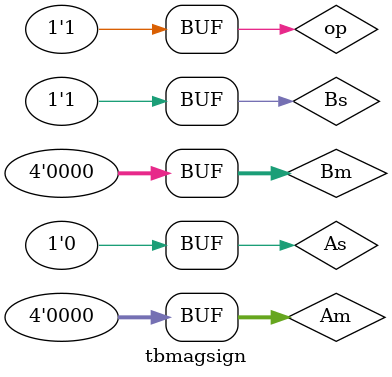
<source format=sv>
module tbmagsign ();
	logic As, Bs, op, Ys, OF, Lessthan, Equal;
	logic [3:0] Am, Bm, Ym;

	lab2_Integrated m1 (Am, Bm, As, Bs, op, Ym, Ys, OF, Equal, Lessthan);
	
	initial begin

	As=1;	Am=3;	Bs=0;	Bm=2;	op=1;	#10;
	As=1;	Am=3;	Bs=1;	Bm=2;	op=1;	#10;
	As=0;	Am=3;	Bs=0;	Bm=2;	op=1;	#10;
	As=0;	Am=3;	Bs=1;	Bm=2;	op=1;	#10;

	As=0;	Am=14;	Bs=0;	Bm=3;	op=1;	#10;
	As=1;	Am=14;	Bs=1;	Bm=3;	op=1;	#10;
	As=0;	Am=14;	Bs=1;	Bm=3;	op=1;	#10;
	As=1;	Am=14;	Bs=0;	Bm=3;	op=1;	#10;

	As=1;	Am=3;	Bs=0;	Bm=2;	op=0;	#10;
	As=1;	Am=3;	Bs=1;	Bm=2;	op=0;	#10;
	As=0;	Am=3;	Bs=0;	Bm=2;	op=0;	#10;
	As=0;	Am=3;	Bs=1;	Bm=2;	op=0;	#10;

	As=1;	Am=4;	Bs=1;	Bm=13;	op=0;	#10;
	As=0;	Am=13;	Bs=1;	Bm=-4;	op=0;	#10;
	As=1;	Am=13;	Bs=1;	Bm=4;	op=0;	#10;
	As=1;	Am=4;	Bs=0;	Bm=13;	op=0;	#10;
	As=0;	Am=4;	Bs=0;	Bm=13;	op=0;	#10;
	As=0;	Am=13;	Bs=0;	Bm=4;	op=0;	#10;

	As=0;	Am=15;	Bs=1;	Bm=15;	op=1;	#10;
	As=1;	Am=15;	Bs=1;	Bm=15;	op=1;	#10;
	As=0;	Am=15;	Bs=0;	Bm=15;	op=1;	#10;
	As=0;	Am=15;	Bs=0;	Bm=15;	op=0;	#10;
	As=1;	Am=15;	Bs=1;	Bm=15;	op=0;	#10;
	As=1;	Am=15;	Bs=0;	Bm=15;	op=0;	#10;

	As=0;	Am=0;	Bs=1;	Bm=0;	op=0;	#10;
	As=1;	Am=0;	Bs=0;	Bm=0;	op=0;	#10;
	As=1;	Am=0;	Bs=0;	Bm=0;	op=1;	#10;
	As=0;	Am=0;	Bs=1;	Bm=0;	op=1;	#10;

	end
endmodule

</source>
